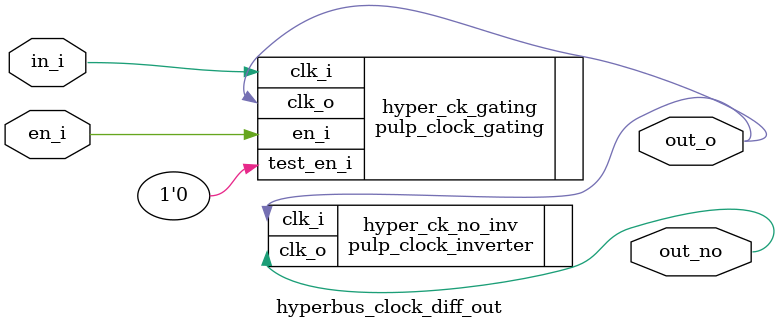
<source format=sv>
module hyperbus_clock_diff_out
(
    input  logic in_i,
    input  logic en_i, //high enable
    output logic out_o,
    output logic out_no
);

    pulp_clock_gating hyper_ck_gating (
        .clk_i     ( in_i  ),
        .en_i      ( en_i  ),
        .test_en_i ( 1'b0  ),
        .clk_o     ( out_o )
    ); 

    pulp_clock_inverter hyper_ck_no_inv (
        .clk_i ( out_o  ),
        .clk_o ( out_no )
    );
    
endmodule

</source>
